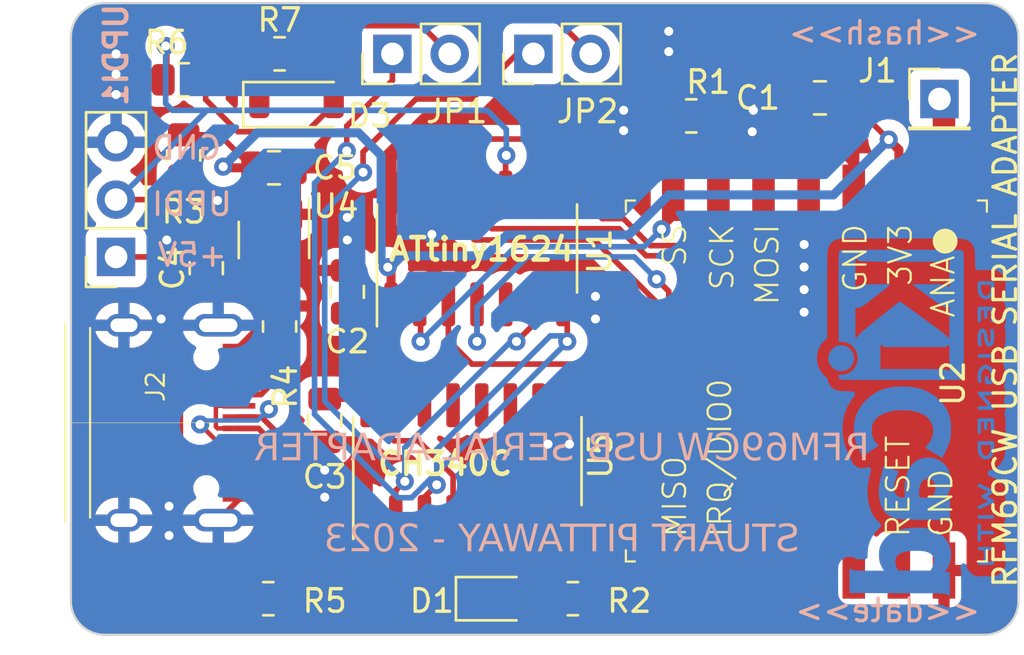
<source format=kicad_pcb>
(kicad_pcb (version 20221018) (generator pcbnew)
  (layers (0 "F.Cu" signal) (31 "B.Cu" signal) (34 "B.Paste" user) (35 "F.Paste" user) (36 "B.SilkS" user "B.Silkscreen") (37 "F.SilkS" user "F.Silkscreen") (38 "B.Mask" user) (39 "F.Mask" user) (44 "Edge.Cuts" user))
  (net 0 "")
  (net 1 "+3V3")
  (net 2 "GND")
  (net 3 "VCC")
  (net 4 "Net-(D3-K)")
  (net 5 "Net-(D1-A)")
  (net 6 "Net-(J1-Pin_1)")
  (net 7 "Net-(J2-CC1)")
  (net 9 "Net-(J2-CC2)")
  (net 11 "Net-(U1-PA4)")
  (net 12 "/LED")
  (net 13 "/UPDI")
  (net 14 "/INT")
  (net 16 "/RXD0")
  (net 17 "/TXD0")
  (net 20 "Net-(U1-PA1)")
  (net 21 "Net-(U1-PA2)")
  (net 22 "Net-(U1-PA3)")
  (net 37 "/D+")
  (net 38 "/D-")
  (net 39 "Net-(D3-A)")
  (net 40 "Net-(JP2-B)")
  (footprint "USB-C-Power-tester:TYPE-C-31-M-12" (layer "F.Cu") (at 112.85 96.1 -90)
    (fp_text reference "J2")
    (fp_text value "TYPE-C-31-M-12")
  )
  (footprint "Package_SO:SOIC-16_3.9x9.9mm_P1.27mm" (layer "F.Cu") (at 128.075 97.8 90)
    (fp_text reference "U5")
    (fp_text value "CH340C")
  )
  (footprint "Resistor_SMD:R_0805_2012Metric" (layer "F.Cu") (at 132.75 103.9)
    (fp_text reference "R2")
    (fp_text value "1K")
  )
  (footprint "Connector_PinHeader_2.54mm:PinHeader_1x01_P2.54mm_Vertical" (layer "F.Cu") (at 149 81.75)
    (fp_text reference "J1")
    (fp_text value "AERIAL")
  )
  (footprint "Capacitor_SMD:C_0805_2012Metric" (layer "F.Cu") (at 116.5 89.25 90)
    (fp_text reference "C4")
    (fp_text value "4.7uF")
  )
  (footprint "HopeRF:HOPERF_RFM69CW" (layer "F.Cu") (at 143.1 94.25 90)
    (fp_text reference "U2")
    (fp_text value "RFM69CW")
  )
  (footprint "Connector_PinSocket_2.54mm:PinSocket_1x03_P2.54mm_Vertical" (layer "F.Cu") (at 112.5 88.75 180)
    (fp_text reference "UPDI1")
    (fp_text value "UPDI")
  )
  (footprint "Capacitor_SMD:C_0805_2012Metric" (layer "F.Cu") (at 121.75 96 -90)
    (fp_text reference "C3")
    (fp_text value "100nF")
  )
  (footprint "Package_SO:SOIC-14_3.9x8.7mm_P1.27mm" (layer "F.Cu") (at 128.5 88.375 90)
    (fp_text reference "U1")
    (fp_text value "ATtiny1624-SS")
  )
  (footprint "LED_SMD:LED_0805_2012Metric" (layer "F.Cu") (at 129.25 103.9)
    (fp_text reference "D1")
    (fp_text value "LED")
  )
  (footprint "Capacitor_SMD:C_0805_2012Metric" (layer "F.Cu") (at 143.7 81.7 180)
    (fp_text reference "C1")
    (fp_text value "10uF")
  )
  (footprint "Resistor_SMD:R_0805_2012Metric" (layer "F.Cu") (at 119.75 79.75)
    (fp_text reference "R7")
    (fp_text value "1K")
  )
  (footprint "Resistor_SMD:R_0805_2012Metric" (layer "F.Cu") (at 115.5 80.9)
    (fp_text reference "R6")
    (fp_text value "1K")
  )
  (footprint "Resistor_SMD:R_0805_2012Metric" (layer "F.Cu") (at 119.25 103.9 180)
    (fp_text reference "R5")
    (fp_text value "5K1")
  )
  (footprint "Connector_PinHeader_2.54mm:PinHeader_1x02_P2.54mm_Vertical" (layer "F.Cu") (at 131 79.75 90)
    (fp_text reference "JP2")
    (fp_text value "PRG2")
  )
  (footprint "Connector_PinHeader_2.54mm:PinHeader_1x02_P2.54mm_Vertical" (layer "F.Cu") (at 124.75 79.75 90)
    (fp_text reference "JP1")
    (fp_text value "PRG1")
  )
  (footprint "Resistor_SMD:R_0805_2012Metric" (layer "F.Cu") (at 115.5 84.25 -90)
    (fp_text reference "R3")
    (fp_text value "100K")
  )
  (footprint "Resistor_SMD:R_0805_2012Metric" (layer "F.Cu") (at 119.75 91.8375 90)
    (fp_text reference "R4")
    (fp_text value "5K1")
  )
  (footprint "Capacitor_SMD:C_0805_2012Metric" (layer "F.Cu") (at 122.75 90.3 90)
    (fp_text reference "C2")
    (fp_text value "100nF")
  )
  (footprint "Capacitor_SMD:C_0805_2012Metric" (layer "F.Cu") (at 119.5 84.8)
    (fp_text reference "C5")
    (fp_text value "10uF")
  )
  (footprint "Diode_SMD:D_SOD-123" (layer "F.Cu") (at 120.5 82)
    (fp_text reference "D3")
    (fp_text value "BAT46W")
  )
  (footprint "Resistor_SMD:R_0805_2012Metric" (layer "F.Cu") (at 138 82.5)
    (fp_text reference "R1")
    (fp_text value "10K")
  )
  (footprint "Package_TO_SOT_SMD:SOT-23-3" (layer "F.Cu") (at 119.5 88 -90)
    (fp_text reference "U4")
    (fp_text value "XC6206-3.3V")
  )
  (footprint "Symbol:KiCad-Logo2_6mm_Copper" (layer "B.Cu") (at 147.054848 96.1 -90)
    (fp_text reference "REF**" hide)
    (fp_text value "KiCad-Logo2_6mm_Copper" hide)
  )
  (gr_line (start 110.5 104) (end 110.5 79) (stroke (width 0.1)) (layer "Edge.Cuts"))
  (gr_arc (start 110.5 79) (mid 110.93934 77.93934) (end 112 77.5) (stroke (width 0.1)) (layer "Edge.Cuts"))
  (gr_line (start 112 77.5) (end 151 77.5) (stroke (width 0.1)) (layer "Edge.Cuts"))
  (gr_arc (start 112 105.5) (mid 110.93934 105.06066) (end 110.5 104) (stroke (width 0.1)) (layer "Edge.Cuts"))
  (gr_line (start 152.5 79) (end 152.5 104) (stroke (width 0.1)) (layer "Edge.Cuts"))
  (gr_arc (start 151 77.5) (mid 152.06066 77.93934) (end 152.5 79) (stroke (width 0.1)) (layer "Edge.Cuts"))
  (gr_line (start 151 105.5) (end 112 105.5) (stroke (width 0.1)) (layer "Edge.Cuts"))
  (gr_arc (start 152.5 104) (mid 152.06066 105.06066) (end 151 105.5) (stroke (width 0.1)) (layer "Edge.Cuts"))
  (gr_text "<<date>>" (at 150.9 105) (layer "B.SilkS") (effects (font (size 1 1)) (justify left bottom mirror)))
  (gr_text "<<hash>>" (at 150.9 79.4) (layer "B.SilkS") (effects (font (size 1 1)) (justify left bottom mirror)))
  (gr_text "UPDI" (at 117.72619 87) (layer "B.SilkS") (effects (font (size 1 1)) (justify left bottom mirror)))
  (gr_text "GND" (at 117.25 84.5) (layer "B.SilkS") (effects (font (size 1 1)) (justify left bottom mirror)))
  (gr_text "+5V" (at 117.5 89.25) (layer "B.SilkS") (effects (font (size 1 1)) (justify left bottom mirror)))
  (gr_text "RFM69CW USB SERIAL ADAPTER\n\nSTUART PITTAWAY - 2023" (at 132.25 102) (layer "B.SilkS") (effects (font (size 1.2 1.2)) (justify bottom mirror)))
  (gr_text "RFM69CW USB SERIAL ADAPTER" (at 152.5 103.5 90) (layer "F.SilkS") (effects (font (size 1 1)) (justify left bottom)))
  (gr_text "ATtiny1624" (at 124.5 89) (layer "F.SilkS") (effects (font (size 1 1) (thickness 0.2) bold) (justify left bottom)))
  (gr_text "CH340C" (at 124 98.5) (layer "F.SilkS") (effects (font (size 1 1) (thickness 0.2) bold) (justify left bottom)))
  (segment (start 117.0875 83.3375) (end 118.55 84.8) (width 0.25) (layer "F.Cu") (net 1))
  (segment (start 124.69 89.350281) (end 124.69 90.85) (width 0.4) (layer "F.Cu") (net 1))
  (segment (start 143.45 80.5) (end 140.4 80.5) (width 0.25) (layer "F.Cu") (net 1))
  (segment (start 127.44 98.44) (end 127.44 100.275) (width 0.25) (layer "F.Cu") (net 1))
  (segment (start 115.5 83.3375) (end 117.0875 83.3375) (width 0.25) (layer "F.Cu") (net 1))
  (segment (start 118.55 86.8625) (end 118.55 84.8) (width 0.25) (layer "F.Cu") (net 1))
  (segment (start 144.65 81.7) (end 143.45 80.5) (width 0.25) (layer "F.Cu") (net 1))
  (segment (start 123.63 95.325) (end 123.63 94.37) (width 0.25) (layer "F.Cu") (net 1))
  (segment (start 124.544951 89.205232) (end 124.69 89.350281) (width 0.4) (layer "F.Cu") (net 1))
  (segment (start 146.75 83.55) (end 147.2 84) (width 0.4) (layer "F.Cu") (net 1))
  (segment (start 117.3 84.8) (end 118.55 84.8) (width 0.4) (layer "F.Cu") (net 1))
  (segment (start 147.2 84) (end 144.9 81.7) (width 0.25) (layer "F.Cu") (net 1))
  (segment (start 124.69 93.31) (end 124.69 90.85) (width 0.25) (layer "F.Cu") (net 1))
  (segment (start 123.63 95.325) (end 123.355 95.05) (width 0.25) (layer "F.Cu") (net 1))
  (segment (start 140.4 80.5) (end 138.9125 81.9875) (width 0.25) (layer "F.Cu") (net 1))
  (segment (start 138.9125 81.9875) (end 138.9125 82.5) (width 0.25) (layer "F.Cu") (net 1))
  (segment (start 147.2 85.35) (end 147.2 84) (width 0.25) (layer "F.Cu") (net 1))
  (segment (start 124.828249 96.9) (end 125.9 96.9) (width 0.25) (layer "F.Cu") (net 1))
  (segment (start 117.25 84.75) (end 117.3 84.8) (width 0.4) (layer "F.Cu") (net 1))
  (segment (start 123.15 90.85) (end 122.75 91.25) (width 0.25) (layer "F.Cu") (net 1))
  (segment (start 123.355 95.05) (end 121.75 95.05) (width 0.25) (layer "F.Cu") (net 1))
  (segment (start 147.2 84) (end 147.2 85.907143) (width 0.4) (layer "F.Cu") (net 1))
  (segment (start 124.69 90.85) (end 123.15 90.85) (width 0.25) (layer "F.Cu") (net 1))
  (segment (start 123.63 94.37) (end 124.69 93.31) (width 0.25) (layer "F.Cu") (net 1))
  (segment (start 144.9 81.7) (end 144.65 81.7) (width 0.25) (layer "F.Cu") (net 1))
  (segment (start 123.63 95.701751) (end 124.828249 96.9) (width 0.25) (layer "F.Cu") (net 1))
  (segment (start 125.9 96.9) (end 127.44 98.44) (width 0.25) (layer "F.Cu") (net 1))
  (via (at 124.544951 89.205232) (size 0.8) (drill 0.4) (layers "F.Cu" "B.Cu") (net 1))
  (via (at 117.25 84.75) (size 0.8) (drill 0.4) (layers "F.Cu" "B.Cu") (net 1))
  (via (at 146.75 83.55) (size 0.8) (drill 0.4) (layers "F.Cu" "B.Cu") (net 1))
  (segment (start 135.225 87.775) (end 129.825 87.775) (width 0.4) (layer "B.Cu") (net 1))
  (segment (start 128.9 88.7) (end 125.168629 88.7) (width 0.4) (layer "B.Cu") (net 1))
  (segment (start 137 86) (end 135.225 87.775) (width 0.4) (layer "B.Cu") (net 1))
  (segment (start 129.825 87.775) (end 128.9 88.7) (width 0.4) (layer "B.Cu") (net 1))
  (segment (start 124.25 84.25) (end 123.25 83.25) (width 0.4) (layer "B.Cu") (net 1))
  (segment (start 124.663397 89.205232) (end 124.544951 89.205232) (width 0.4) (layer "B.Cu") (net 1))
  (segment (start 146.75 83.55) (end 144.3 86) (width 0.4) (layer "B.Cu") (net 1))
  (segment (start 144.3 86) (end 137 86) (width 0.4) (layer "B.Cu") (net 1))
  (segment (start 124.25 88.910281) (end 124.25 84.25) (width 0.4) (layer "B.Cu") (net 1))
  (segment (start 118.75 83.25) (end 117.25 84.75) (width 0.4) (layer "B.Cu") (net 1))
  (segment (start 123.25 83.25) (end 118.75 83.25) (width 0.4) (layer "B.Cu") (net 1))
  (segment (start 124.544951 89.205232) (end 124.25 88.910281) (width 0.4) (layer "B.Cu") (net 1))
  (segment (start 125.168629 88.7) (end 124.663397 89.205232) (width 0.4) (layer "B.Cu") (net 1))
  (segment (start 145.2 84.7) (end 145.2 85.907143) (width 0.25) (layer "F.Cu") (net 2))
  (segment (start 142.75 82.25) (end 145.2 84.7) (width 0.25) (layer "F.Cu") (net 2))
  (segment (start 114.22 91.78) (end 114.5 91.5) (width 0.25) (layer "F.Cu") (net 2))
  (segment (start 117.95 92.725) (end 117.95 93) (width 0.25) (layer "F.Cu") (net 2))
  (segment (start 117.95 99.2) (end 117.95 99.5) (width 0.25) (layer "F.Cu") (net 2))
  (segment (start 114.17 100.42) (end 114.85 101.1) (width 0.25) (layer "F.Cu") (net 2))
  (segment (start 112.85 91.78) (end 114.22 91.78) (width 0.25) (layer "F.Cu") (net 2))
  (segment (start 117.95 92.725) (end 119.75 90.925) (width 0.25) (layer "F.Cu") (net 2))
  (segment (start 112.85 100.42) (end 114.17 100.42) (width 0.25) (layer "F.Cu") (net 2))
  (segment (start 117.95 99.5) (end 117.03 100.42) (width 0.25) (layer "F.Cu") (net 2))
  (via (at 143 91.2) (size 0.8) (drill 0.4) (layers "F.Cu" "B.Cu") (net 2))
  (via (at 114.85 101.1) (size 0.8) (drill 0.4) (layers "F.Cu" "B.Cu") (net 2))
  (via (at 112.5 80.65) (size 0.8) (drill 0.4) (layers "F.Cu" "B.Cu") (net 2))
  (via (at 112.5 81.55) (size 0.8) (drill 0.4) (layers "F.Cu" "B.Cu") (net 2))
  (via (at 133.75 91.5) (size 0.8) (drill 0.4) (layers "F.Cu" "B.Cu") (net 2))
  (via (at 131.65 97.05) (size 0.8) (drill 0.4) (layers "F.Cu" "B.Cu") (net 2))
  (via (at 112.5 79.75) (size 0.8) (drill 0.4) (layers "F.Cu" "B.Cu") (net 2))
  (via (at 143 88.2) (size 0.8) (drill 0.4) (layers "F.Cu" "B.Cu") (net 2))
  (via (at 114.5 91.5) (size 0.8) (drill 0.4) (layers "F.Cu" "B.Cu") (net 2))
  (via (at 122.75 87) (size 0.8) (drill 0.4) (layers "F.Cu" "B.Cu") (net 2))
  (via (at 135 82.25) (size 0.8) (drill 0.4) (layers "F.Cu" "B.Cu") (net 2))
  (via (at 114.75 88) (size 0.8) (drill 0.4) (layers "F.Cu" "B.Cu") (net 2))
  (via (at 143 90.2) (size 0.8) (drill 0.4) (layers "F.Cu" "B.Cu") (net 2))
  (via (at 121.75 98.2) (size 0.8) (drill 0.4) (layers "F.Cu" "B.Cu") (net 2))
  (via (at 140.7 83.2) (size 0.8) (drill 0.4) (layers "F.Cu" "B.Cu") (net 2))
  (via (at 137 79.65) (size 0.8) (drill 0.4) (layers "F.Cu" "B.Cu") (net 2))
  (via (at 135 83.15) (size 0.8) (drill 0.4) (layers "F.Cu" "B.Cu") (net 2))
  (via (at 114.85 99.8) (size 0.8) (drill 0.4) (layers "F.Cu" "B.Cu") (net 2))
  (via (at 126.5 87.75) (size 0.8) (drill 0.4) (layers "F.Cu" "B.Cu") (net 2))
  (via (at 133.75 90.5) (size 0.8) (drill 0.4) (layers "F.Cu" "B.Cu") (net 2))
  (via (at 137 78.75) (size 0.8) (drill 0.4) (layers "F.Cu" "B.Cu") (net 2))
  (via (at 132.6 97.05) (size 0.8) (drill 0.4) (layers "F.Cu" "B.Cu") (net 2))
  (via (at 140.75 82.25) (size 0.8) (drill 0.4) (layers "F.Cu" "B.Cu") (net 2))
  (via (at 143 89.2) (size 0.8) (drill 0.4) (layers "F.Cu" "B.Cu") (net 2))
  (via (at 121.75 99.4) (size 0.8) (drill 0.4) (layers "F.Cu" "B.Cu") (net 2))
  (via (at 122.75 88) (size 0.8) (drill 0.4) (layers "F.Cu" "B.Cu") (net 2))
  (via (at 117 86.25) (size 0.8) (drill 0.4) (layers "F.Cu" "B.Cu") (net 2))
  (segment (start 118.4375 90.2) (end 119.5 89.1375) (width 0.25) (layer "F.Cu") (net 3))
  (segment (start 117.95 93.525) (end 117.95 93.8) (width 0.25) (layer "F.Cu") (net 3))
  (segment (start 117.85 93.9) (end 116.9 93.9) (width 0.25) (layer "F.Cu") (net 3))
  (segment (start 115.35 89.85) (end 116.15 89.85) (width 0.25) (layer "F.Cu") (net 3))
  (segment (start 115.35 96.775) (end 115.35 89.85) (width 0.25) (layer "F.Cu") (net 3))
  (segment (start 117.95 98.4) (end 116.975 98.4) (width 0.25) (layer "F.Cu") (net 3))
  (segment (start 116 94) (end 115.35 93.35) (width 0.25) (layer "F.Cu") (net 3))
  (segment (start 116.9 93.9) (end 116.8 94) (width 0.25) (layer "F.Cu") (net 3))
  (segment (start 112.5 88.75) (end 115.05 88.75) (width 0.25) (layer "F.Cu") (net 3))
  (segment (start 115.05 88.75) (end 116.5 90.2) (width 0.25) (layer "F.Cu") (net 3))
  (segment (start 116.975 98.4) (end 115.35 96.775) (width 0.25) (layer "F.Cu") (net 3))
  (segment (start 115.35 93.35) (end 115.35 89.85) (width 0.25) (layer "F.Cu") (net 3))
  (segment (start 116.5 90.2) (end 118.4375 90.2) (width 0.25) (layer "F.Cu") (net 3))
  (segment (start 117.95 93.8) (end 117.85 93.9) (width 0.25) (layer "F.Cu") (net 3))
  (segment (start 116.8 94) (end 116 94) (width 0.25) (layer "F.Cu") (net 3))
  (segment (start 118.85 82) (end 118.85 79.7625) (width 0.25) (layer "F.Cu") (net 4))
  (segment (start 130.1875 103.9) (end 131.8375 103.9) (width 0.25) (layer "F.Cu") (net 5))
  (segment (start 149.2 81.95) (end 149 81.75) (width 1) (layer "F.Cu") (net 6))
  (segment (start 149.2 85.907143) (end 149.2 81.95) (width 1) (layer "F.Cu") (net 6))
  (segment (start 119.75 92.75) (end 119.75 94.026041) (width 0.25) (layer "F.Cu") (net 7))
  (segment (start 119.75 94.026041) (end 118.926041 94.85) (width 0.25) (layer "F.Cu") (net 7))
  (segment (start 118.926041 94.85) (end 117.95 94.85) (width 0.25) (layer "F.Cu") (net 7))
  (segment (start 118.925 97.85) (end 119.1 98.025) (width 0.25) (layer "F.Cu") (net 9))
  (segment (start 119.1 98.025) (end 119.1 99.622792) (width 0.25) (layer "F.Cu") (net 9))
  (segment (start 117.95 97.85) (end 118.925 97.85) (width 0.25) (layer "F.Cu") (net 9))
  (segment (start 120.1625 100.685292) (end 120.1625 104.1) (width 0.25) (layer "F.Cu") (net 9))
  (segment (start 119.1 99.622792) (end 120.1625 100.685292) (width 0.25) (layer "F.Cu") (net 9))
  (segment (start 137.2 87.005997) (end 137.2 85.35) (width 0.25) (layer "F.Cu") (net 11))
  (segment (start 136.680497 87.5255) (end 137.2 87.005997) (width 0.25) (layer "F.Cu") (net 11))
  (segment (start 137.0875 82.5) (end 137.2 82.6125) (width 0.25) (layer "F.Cu") (net 11))
  (segment (start 126 92.5) (end 126 90.89) (width 0.25) (layer "F.Cu") (net 11))
  (segment (start 137.2 82.6125) (end 137.2 85.15) (width 0.25) (layer "F.Cu") (net 11))
  (via (at 136.680497 87.5255) (size 0.8) (drill 0.4) (layers "F.Cu" "B.Cu") (net 11))
  (via (at 126 92.5) (size 0.8) (drill 0.4) (layers "F.Cu" "B.Cu") (net 11))
  (segment (start 136.680497 87.5255) (end 135.905997 88.3) (width 0.25) (layer "B.Cu") (net 11))
  (segment (start 135.905997 88.3) (end 130.2 88.3) (width 0.25) (layer "B.Cu") (net 11))
  (segment (start 130.2 88.3) (end 126 92.5) (width 0.25) (layer "B.Cu") (net 11))
  (segment (start 128.275 93.5) (end 127.23 92.455) (width 0.25) (layer "F.Cu") (net 12))
  (segment (start 134 93.5) (end 128.275 93.5) (width 0.25) (layer "F.Cu") (net 12))
  (segment (start 134.75 94.25) (end 134 93.5) (width 0.25) (layer "F.Cu") (net 12))
  (segment (start 133.6625 103.9) (end 134.75 102.8125) (width 0.25) (layer "F.Cu") (net 12))
  (segment (start 134.75 102.8125) (end 134.75 94.25) (width 0.25) (layer "F.Cu") (net 12))
  (segment (start 127.23 92.455) (end 127.23 90.85) (width 0.25) (layer "F.Cu") (net 12))
  (segment (start 115.5 85.75) (end 115.5 85.1625) (width 0.25) (layer "F.Cu") (net 13))
  (segment (start 112.5 86.21) (end 115.04 86.21) (width 0.25) (layer "F.Cu") (net 13))
  (segment (start 114.75 79.45) (end 114.75 80.7375) (width 0.25) (layer "F.Cu") (net 13))
  (segment (start 129.77 84.2795) (end 129.77 85.9) (width 0.25) (layer "F.Cu") (net 13))
  (segment (start 129.8 84.2495) (end 129.77 84.2795) (width 0.25) (layer "F.Cu") (net 13))
  (segment (start 115.04 86.21) (end 115.5 85.75) (width 0.25) (layer "F.Cu") (net 13))
  (segment (start 114.7 79.4) (end 114.75 79.45) (width 0.25) (layer "F.Cu") (net 13))
  (via (at 114.7 79.4) (size 0.8) (drill 0.4) (layers "F.Cu" "B.Cu") (net 13))
  (via (at 129.8 84.2495) (size 0.8) (drill 0.4) (layers "F.Cu" "B.Cu") (net 13))
  (segment (start 112.95 85.835) (end 112.5 85.835) (width 0.25) (layer "B.Cu") (net 13))
  (segment (start 114.7 81.95) (end 115 82.25) (width 0.25) (layer "B.Cu") (net 13))
  (segment (start 127.25 82.25) (end 116.535 82.25) (width 0.25) (layer "B.Cu") (net 13))
  (segment (start 116.535 82.25) (end 112.95 85.835) (width 0.25) (layer "B.Cu") (net 13))
  (segment (start 114.7 79.4) (end 114.7 81.95) (width 0.25) (layer "B.Cu") (net 13))
  (segment (start 128.95 82.25) (end 127.25 82.25) (width 0.25) (layer "B.Cu") (net 13))
  (segment (start 115 82.25) (end 127.25 82.25) (width 0.25) (layer "B.Cu") (net 13))
  (segment (start 129.8 84.2495) (end 129.8 83.1) (width 0.25) (layer "B.Cu") (net 13))
  (segment (start 129.8 83.1) (end 128.95 82.25) (width 0.25) (layer "B.Cu") (net 13))
  (segment (start 128.5 92.5) (end 128.5 90.85) (width 0.25) (layer "F.Cu") (net 14))
  (segment (start 137 90.275402) (end 137 98.9) (width 0.25) (layer "F.Cu") (net 14))
  (segment (start 136.462299 89.737701) (end 137 90.275402) (width 0.25) (layer "F.Cu") (net 14))
  (segment (start 137 98.9) (end 139.2 101.1) (width 0.25) (layer "F.Cu") (net 14))
  (segment (start 139.2 101.1) (end 139.2 102.6) (width 0.25) (layer "F.Cu") (net 14))
  (via (at 136.462299 89.737701) (size 0.8) (drill 0.4) (layers "F.Cu" "B.Cu") (net 14))
  (via (at 128.5 92.5) (size 0.8) (drill 0.4) (layers "F.Cu" "B.Cu") (net 14))
  (segment (start 128.5 90.974695) (end 128.5 92.5) (width 0.25) (layer "B.Cu") (net 14))
  (segment (start 130.724695 88.75) (end 128.5 90.974695) (width 0.25) (layer "B.Cu") (net 14))
  (segment (start 136.462299 89.737701) (end 135.474598 88.75) (width 0.25) (layer "B.Cu") (net 14))
  (segment (start 135.474598 88.75) (end 130.724695 88.75) (width 0.25) (layer "B.Cu") (net 14))
  (segment (start 125.3 98.7) (end 124.9 99.1) (width 0.25) (layer "F.Cu") (net 16))
  (segment (start 123.4505 84.099) (end 125.7995 81.75) (width 0.25) (layer "F.Cu") (net 16))
  (segment (start 130.25 92.5) (end 131.04 91.71) (width 0.25) (layer "F.Cu") (net 16))
  (segment (start 123.4505 85) (end 123.4505 84.099) (width 0.25) (layer "F.Cu") (net 16))
  (segment (start 131.04 91.71) (end 131.04 90.85) (width 0.25) (layer "F.Cu") (net 16))
  (segment (start 125.7995 81.75) (end 128.275 81.75) (width 0.25) (layer "F.Cu") (net 16))
  (segment (start 128.275 81.75) (end 130.275 79.75) (width 0.25) (layer "F.Cu") (net 16))
  (segment (start 124.9 99.1) (end 124.9 100.275) (width 0.25) (layer "F.Cu") (net 16))
  (via (at 125.3 98.7) (size 0.8) (drill 0.4) (layers "F.Cu" "B.Cu") (net 16))
  (via (at 130.25 92.5) (size 0.8) (drill 0.4) (layers "F.Cu" "B.Cu") (net 16))
  (via (at 123.4505 85) (size 0.8) (drill 0.4) (layers "F.Cu" "B.Cu") (net 16))
  (segment (start 123.4505 85) (end 123.4505 85.024195) (width 0.25) (layer "B.Cu") (net 16))
  (segment (start 130 92.5) (end 125.3 97.2) (width 0.25) (layer "B.Cu") (net 16))
  (segment (start 123.4505 85.024195) (end 121.75 86.724695) (width 0.25) (layer "B.Cu") (net 16))
  (segment (start 125.3 97.2) (end 125.3 98.7) (width 0.25) (layer "B.Cu") (net 16))
  (segment (start 121.75 86.724695) (end 121.75 95.15) (width 0.25) (layer "B.Cu") (net 16))
  (segment (start 130.25 92.5) (end 130 92.5) (width 0.25) (layer "B.Cu") (net 16))
  (segment (start 121.75 95.15) (end 125.3 98.7) (width 0.25) (layer "B.Cu") (net 16))
  (segment (start 126.17 99.398776) (end 126.17 100.275) (width 0.25) (layer "F.Cu") (net 17))
  (segment (start 124.75 80.924695) (end 124.75 79.75) (width 0.25) (layer "F.Cu") (net 17))
  (segment (start 122.727538 82.947157) (end 124.75 80.924695) (width 0.25) (layer "F.Cu") (net 17))
  (segment (start 126.7155 98.853276) (end 126.17 99.398776) (width 0.25) (layer "F.Cu") (net 17))
  (segment (start 132.5 91.04) (end 132.31 90.85) (width 0.25) (layer "F.Cu") (net 17))
  (segment (start 132.5 92.5) (end 132.5 91.04) (width 0.25) (layer "F.Cu") (net 17))
  (segment (start 122.727538 84.051813) (end 122.727538 82.947157) (width 0.25) (layer "F.Cu") (net 17))
  (via (at 122.727538 84.051813) (size 0.8) (drill 0.4) (layers "F.Cu" "B.Cu") (net 17))
  (via (at 132.5 92.5) (size 0.8) (drill 0.4) (layers "F.Cu" "B.Cu") (net 17))
  (via (at 126.7155 98.853276) (size 0.8) (drill 0.4) (layers "F.Cu" "B.Cu") (net 17))
  (segment (start 125.600305 99.425) (end 132.5 92.525305) (width 0.25) (layer "B.Cu") (net 17))
  (segment (start 126.7155 97.2845) (end 126.7155 98.853276) (width 0.25) (layer "B.Cu") (net 17))
  (segment (start 122.727538 84.051813) (end 121.3 85.479351) (width 0.25) (layer "B.Cu") (net 17))
  (segment (start 132.5 92.525305) (end 132.5 92.5) (width 0.25) (layer "B.Cu") (net 17))
  (segment (start 132.25 92.25) (end 131.75 92.25) (width 0.25) (layer "B.Cu") (net 17))
  (segment (start 132.5 92.5) (end 132.25 92.25) (width 0.25) (layer "B.Cu") (net 17))
  (segment (start 124.999695 99.425) (end 125.600305 99.425) (width 0.25) (layer "B.Cu") (net 17))
  (segment (start 121.3 85.479351) (end 121.3 95.725305) (width 0.25) (layer "B.Cu") (net 17))
  (segment (start 131.75 92.25) (end 126.7155 97.2845) (width 0.25) (layer "B.Cu") (net 17))
  (segment (start 121.3 95.725305) (end 124.999695 99.425) (width 0.25) (layer "B.Cu") (net 17))
  (segment (start 129.163249 87.5) (end 134.8 87.5) (width 0.25) (layer "F.Cu") (net 20))
  (segment (start 136 88.7) (end 140 88.7) (width 0.25) (layer "F.Cu") (net 20))
  (segment (start 128.5 85.9) (end 128.5 86.836751) (width 0.25) (layer "F.Cu") (net 20))
  (segment (start 134.8 87.5) (end 136 88.7) (width 0.25) (layer "F.Cu") (net 20))
  (segment (start 141.2 87.5) (end 141.2 85.35) (width 0.25) (layer "F.Cu") (net 20))
  (segment (start 128.5 86.836751) (end 129.163249 87.5) (width 0.25) (layer "F.Cu") (net 20))
  (segment (start 140 88.7) (end 141.2 87.5) (width 0.25) (layer "F.Cu") (net 20))
  (segment (start 136.4 102.55) (end 137.2 103.35) (width 0.25) (layer "F.Cu") (net 21))
  (segment (start 133.7 88) (end 136.4 90.7) (width 0.25) (layer "F.Cu") (net 21))
  (segment (start 127.23 85.9) (end 127.23 86.836751) (width 0.25) (layer "F.Cu") (net 21))
  (segment (start 127.23 86.836751) (end 128.393249 88) (width 0.25) (layer "F.Cu") (net 21))
  (segment (start 136.4 90.7) (end 136.4 102.55) (width 0.25) (layer "F.Cu") (net 21))
  (segment (start 128.393249 88) (end 133.7 88) (width 0.25) (layer "F.Cu") (net 21))
  (segment (start 125.96 84.963249) (end 125.96 85.9) (width 0.25) (layer "F.Cu") (net 22))
  (segment (start 127.398249 83.525) (end 125.96 84.963249) (width 0.25) (layer "F.Cu") (net 22))
  (segment (start 134.05 87.05) (end 133.8 86.8) (width 0.25) (layer "F.Cu") (net 22))
  (segment (start 139.2 87.7) (end 138.65 88.25) (width 0.25) (layer "F.Cu") (net 22))
  (segment (start 136.186396 88.25) (end 134.986396 87.05) (width 0.25) (layer "F.Cu") (net 22))
  (segment (start 132.925 83.525) (end 127.398249 83.525) (width 0.25) (layer "F.Cu") (net 22))
  (segment (start 139.2 85.35) (end 139.2 87.7) (width 0.25) (layer "F.Cu") (net 22))
  (segment (start 138.65 88.25) (end 136.186396 88.25) (width 0.25) (layer "F.Cu") (net 22))
  (segment (start 133.8 84.4) (end 132.925 83.525) (width 0.25) (layer "F.Cu") (net 22))
  (segment (start 134.986396 87.05) (end 134.05 87.05) (width 0.25) (layer "F.Cu") (net 22))
  (segment (start 133.8 86.8) (end 133.8 84.4) (width 0.25) (layer "F.Cu") (net 22))
  (segment (start 122.55 101.8) (end 120 99.25) (width 0.25) (layer "F.Cu") (net 37))
  (segment (start 119.273935 95.501041) (end 118.924976 95.85) (width 0.2) (layer "F.Cu") (net 37))
  (segment (start 116.899424 96.85) (end 117.95 96.85) (width 0.2) (layer "F.Cu") (net 37))
  (segment (start 120 96.9) (end 118.95 95.85) (width 0.25) (layer "F.Cu") (net 37))
  (segment (start 118.95 95.85) (end 117.95 95.85) (width 0.25) (layer "F.Cu") (net 37))
  (segment (start 128.71 101.49) (end 128.4 101.8) (width 0.25) (layer "F.Cu") (net 37))
  (segment (start 128.4 101.8) (end 122.55 101.8) (width 0.25) (layer "F.Cu") (net 37))
  (segment (start 128.71 100.275) (end 128.71 101.49) (width 0.25) (layer "F.Cu") (net 37))
  (segment (start 116.2255 96.176076) (end 116.899424 96.85) (width 0.2) (layer "F.Cu") (net 37))
  (segment (start 120 99.25) (end 120 96.9) (width 0.25) (layer "F.Cu") (net 37))
  (segment (start 118.924976 95.85) (end 117.95 95.85) (width 0.2) (layer "F.Cu") (net 37))
  (via (at 116.2255 96.176076) (size 0.8) (drill 0.4) (layers "F.Cu" "B.Cu") (net 37))
  (via (at 119.273935 95.501041) (size 0.8) (drill 0.4) (layers "F.Cu" "B.Cu") (net 37))
  (segment (start 116.401576 96) (end 116.2255 96.176076) (width 0.2) (layer "B.Cu") (net 37))
  (segment (start 119.273935 95.501041) (end 118.774976 96) (width 0.2) (layer "B.Cu") (net 37))
  (segment (start 118.774976 96) (end 116.401576 96) (width 0.2) (layer "B.Cu") (net 37))
  (segment (start 118.813604 96.35) (end 119.55 97.086396) (width 0.25) (layer "F.Cu") (net 38))
  (segment (start 129.98 101.72) (end 129.98 100.275) (width 0.25) (layer "F.Cu") (net 38))
  (segment (start 122.413604 102.3) (end 129.4 102.3) (width 0.25) (layer "F.Cu") (net 38))
  (segment (start 129.4 102.3) (end 129.98 101.72) (width 0.25) (layer "F.Cu") (net 38))
  (segment (start 116.925 96.275) (end 117 96.35) (width 0.2) (layer "F.Cu") (net 38))
  (segment (start 117.95 96.35) (end 118.813604 96.35) (width 0.25) (layer "F.Cu") (net 38))
  (segment (start 117 96.35) (end 117.95 96.35) (width 0.2) (layer "F.Cu") (net 38))
  (segment (start 119.55 97.086396) (end 119.55 99.436396) (width 0.25) (layer "F.Cu") (net 38))
  (segment (start 119.55 99.436396) (end 122.413604 102.3) (width 0.25) (layer "F.Cu") (net 38))
  (segment (start 117.95 95.35) (end 117 95.35) (width 0.2) (layer "F.Cu") (net 38))
  (segment (start 116.925 95.425) (end 116.925 96.275) (width 0.2) (layer "F.Cu") (net 38))
  (segment (start 117 95.35) (end 116.925 95.425) (width 0.2) (layer "F.Cu") (net 38))
  (segment (start 122.15 82) (end 122.15 79.6) (width 0.25) (layer "F.Cu") (net 39))
  (segment (start 122.15 79.6) (end 123.25 78.5) (width 0.25) (layer "F.Cu") (net 39))
  (segment (start 120.95 83.2) (end 122.15 82) (width 0.25) (layer "F.Cu") (net 39))
  (segment (start 116.472183 81.772183) (end 117.9 83.2) (width 0.25) (layer "F.Cu") (net 39))
  (segment (start 116.472183 80.9) (end 116.472183 81.772183) (width 0.25) (layer "F.Cu") (net 39))
  (segment (start 123.25 78.5) (end 126.04 78.5) (width 0.25) (layer "F.Cu") (net 39))
  (segment (start 117.9 83.2) (end 120.95 83.2) (width 0.25) (layer "F.Cu") (net 39))
  (segment (start 126.04 78.5) (end 127.29 79.75) (width 0.25) (layer "F.Cu") (net 39))
  (segment (start 120.6625 79.75) (end 122.4125 78) (width 0.25) (layer "F.Cu") (net 40))
  (segment (start 131.79 78) (end 133.54 79.75) (width 0.25) (layer "F.Cu") (net 40))
  (segment (start 122.4125 78) (end 131.79 78) (width 0.25) (layer "F.Cu") (net 40))
  (zone (net 2) (net_name "GND") (layers "F&B.Cu") (connect_pads (clearance 0.5)) (min_thickness 0.25) (fill yes (thermal_gap 0.5) (thermal_bridge_width 0.5) (smoothing chamfer) (radius 1))
    (polygon (pts (xy 110.5 77.5) (xy 152.75 77.5) (xy 152.75 105.65) (xy 110.5 105.65)))
  )
)
</source>
